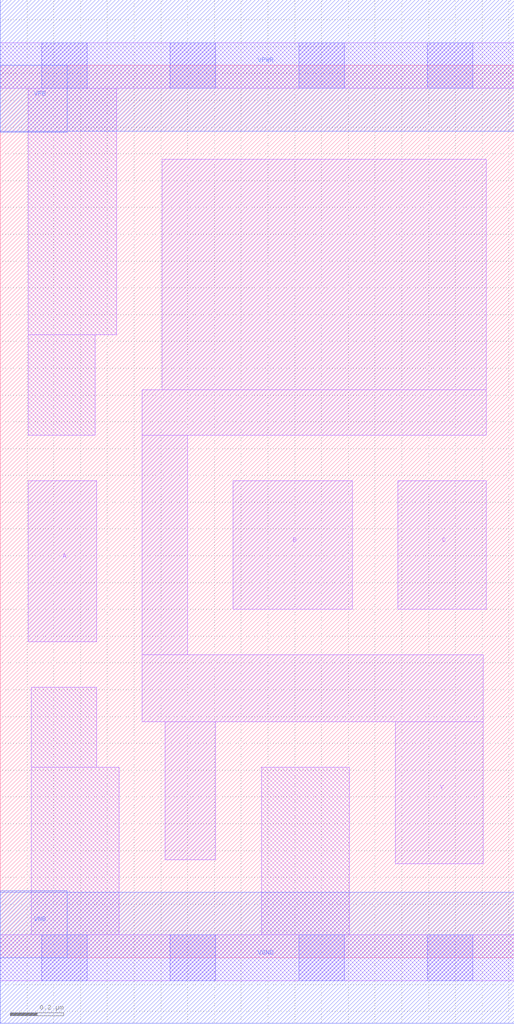
<source format=lef>
# Copyright 2020 The SkyWater PDK Authors
#
# Licensed under the Apache License, Version 2.0 (the "License");
# you may not use this file except in compliance with the License.
# You may obtain a copy of the License at
#
#     https://www.apache.org/licenses/LICENSE-2.0
#
# Unless required by applicable law or agreed to in writing, software
# distributed under the License is distributed on an "AS IS" BASIS,
# WITHOUT WARRANTIES OR CONDITIONS OF ANY KIND, either express or implied.
# See the License for the specific language governing permissions and
# limitations under the License.
#
# SPDX-License-Identifier: Apache-2.0

VERSION 5.5 ;
NAMESCASESENSITIVE ON ;
BUSBITCHARS "[]" ;
DIVIDERCHAR "/" ;
MACRO sky130_fd_sc_hs__nor3_1
  CLASS CORE ;
  SOURCE USER ;
  ORIGIN  0.000000  0.000000 ;
  SIZE  1.920000 BY  3.330000 ;
  SYMMETRY X Y ;
  SITE unit ;
  PIN A
    ANTENNAGATEAREA  0.279000 ;
    DIRECTION INPUT ;
    USE SIGNAL ;
    PORT
      LAYER li1 ;
        RECT 0.105000 1.180000 0.360000 1.780000 ;
    END
  END A
  PIN B
    ANTENNAGATEAREA  0.279000 ;
    DIRECTION INPUT ;
    USE SIGNAL ;
    PORT
      LAYER li1 ;
        RECT 0.870000 1.300000 1.315000 1.780000 ;
    END
  END B
  PIN C
    ANTENNAGATEAREA  0.279000 ;
    DIRECTION INPUT ;
    USE SIGNAL ;
    PORT
      LAYER li1 ;
        RECT 1.485000 1.300000 1.815000 1.780000 ;
    END
  END C
  PIN Y
    ANTENNADIFFAREA  0.737300 ;
    DIRECTION OUTPUT ;
    USE SIGNAL ;
    PORT
      LAYER li1 ;
        RECT 0.530000 0.880000 1.805000 1.130000 ;
        RECT 0.530000 1.130000 0.700000 1.950000 ;
        RECT 0.530000 1.950000 1.815000 2.120000 ;
        RECT 0.605000 2.120000 1.815000 2.980000 ;
        RECT 0.615000 0.365000 0.805000 0.880000 ;
        RECT 1.475000 0.350000 1.805000 0.880000 ;
    END
  END Y
  PIN VGND
    DIRECTION INOUT ;
    USE GROUND ;
    PORT
      LAYER met1 ;
        RECT 0.000000 -0.245000 1.920000 0.245000 ;
    END
  END VGND
  PIN VNB
    DIRECTION INOUT ;
    USE GROUND ;
    PORT
    END
  END VNB
  PIN VPB
    DIRECTION INOUT ;
    USE POWER ;
    PORT
    END
  END VPB
  PIN VNB
    DIRECTION INOUT ;
    USE GROUND ;
    PORT
      LAYER met1 ;
        RECT 0.000000 0.000000 0.250000 0.250000 ;
    END
  END VNB
  PIN VPB
    DIRECTION INOUT ;
    USE POWER ;
    PORT
      LAYER met1 ;
        RECT 0.000000 3.080000 0.250000 3.330000 ;
    END
  END VPB
  PIN VPWR
    DIRECTION INOUT ;
    USE POWER ;
    PORT
      LAYER met1 ;
        RECT 0.000000 3.085000 1.920000 3.575000 ;
    END
  END VPWR
  OBS
    LAYER li1 ;
      RECT 0.000000 -0.085000 1.920000 0.085000 ;
      RECT 0.000000  3.245000 1.920000 3.415000 ;
      RECT 0.105000  1.950000 0.355000 2.325000 ;
      RECT 0.105000  2.325000 0.435000 3.245000 ;
      RECT 0.115000  0.085000 0.445000 0.710000 ;
      RECT 0.115000  0.710000 0.360000 1.010000 ;
      RECT 0.975000  0.085000 1.305000 0.710000 ;
    LAYER mcon ;
      RECT 0.155000 -0.085000 0.325000 0.085000 ;
      RECT 0.155000  3.245000 0.325000 3.415000 ;
      RECT 0.635000 -0.085000 0.805000 0.085000 ;
      RECT 0.635000  3.245000 0.805000 3.415000 ;
      RECT 1.115000 -0.085000 1.285000 0.085000 ;
      RECT 1.115000  3.245000 1.285000 3.415000 ;
      RECT 1.595000 -0.085000 1.765000 0.085000 ;
      RECT 1.595000  3.245000 1.765000 3.415000 ;
  END
END sky130_fd_sc_hs__nor3_1
END LIBRARY

</source>
